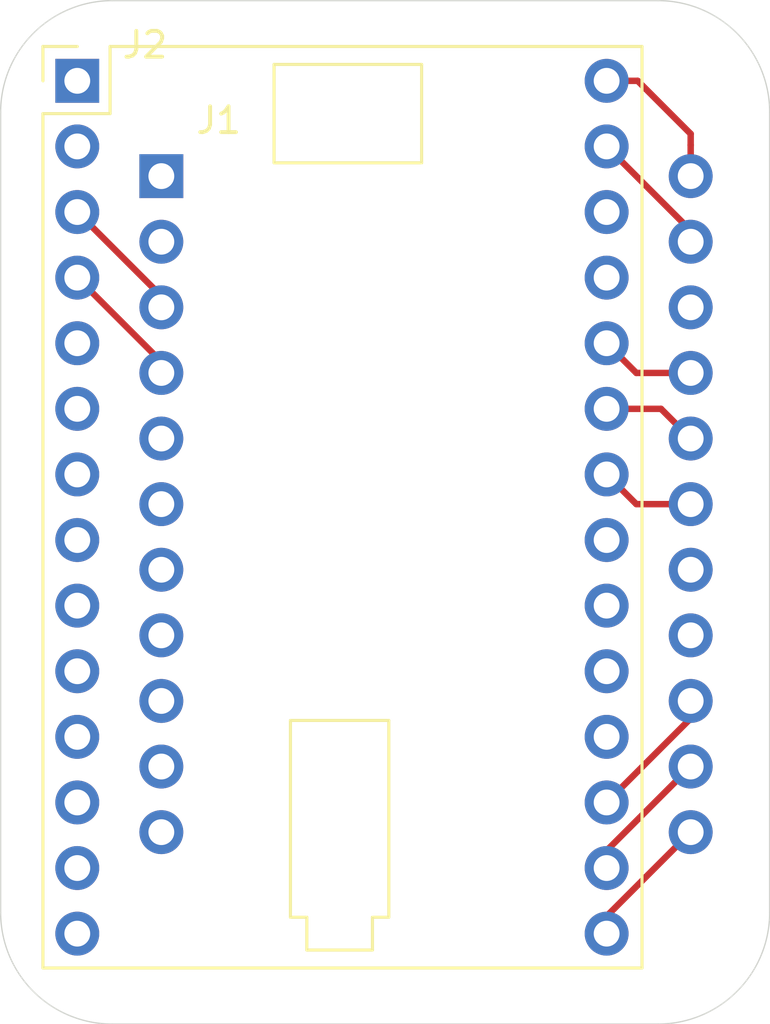
<source format=kicad_pcb>
(kicad_pcb (version 20171130) (host pcbnew "(5.1.2)-2")

  (general
    (thickness 1.6)
    (drawings 8)
    (tracks 22)
    (zones 0)
    (modules 2)
    (nets 41)
  )

  (page A4)
  (layers
    (0 F.Cu signal)
    (31 B.Cu signal)
    (32 B.Adhes user)
    (33 F.Adhes user)
    (34 B.Paste user)
    (35 F.Paste user)
    (36 B.SilkS user)
    (37 F.SilkS user)
    (38 B.Mask user)
    (39 F.Mask user)
    (40 Dwgs.User user)
    (41 Cmts.User user)
    (42 Eco1.User user)
    (43 Eco2.User user)
    (44 Edge.Cuts user)
    (45 Margin user)
    (46 B.CrtYd user)
    (47 F.CrtYd user)
    (48 B.Fab user)
    (49 F.Fab user)
  )

  (setup
    (last_trace_width 0.25)
    (trace_clearance 0.2)
    (zone_clearance 0.508)
    (zone_45_only no)
    (trace_min 0.2)
    (via_size 0.8)
    (via_drill 0.4)
    (via_min_size 0.4)
    (via_min_drill 0.3)
    (uvia_size 0.3)
    (uvia_drill 0.1)
    (uvias_allowed no)
    (uvia_min_size 0.2)
    (uvia_min_drill 0.1)
    (edge_width 0.05)
    (segment_width 0.2)
    (pcb_text_width 0.3)
    (pcb_text_size 1.5 1.5)
    (mod_edge_width 0.12)
    (mod_text_size 1 1)
    (mod_text_width 0.15)
    (pad_size 1.524 1.524)
    (pad_drill 0.762)
    (pad_to_mask_clearance 0.051)
    (solder_mask_min_width 0.25)
    (aux_axis_origin 0 0)
    (visible_elements FFFFFFFF)
    (pcbplotparams
      (layerselection 0x010fc_ffffffff)
      (usegerberextensions false)
      (usegerberattributes false)
      (usegerberadvancedattributes false)
      (creategerberjobfile false)
      (excludeedgelayer true)
      (linewidth 0.100000)
      (plotframeref false)
      (viasonmask false)
      (mode 1)
      (useauxorigin false)
      (hpglpennumber 1)
      (hpglpenspeed 20)
      (hpglpendiameter 15.000000)
      (psnegative false)
      (psa4output false)
      (plotreference true)
      (plotvalue true)
      (plotinvisibletext false)
      (padsonsilk false)
      (subtractmaskfromsilk false)
      (outputformat 1)
      (mirror false)
      (drillshape 1)
      (scaleselection 1)
      (outputdirectory ""))
  )

  (net 0 "")
  (net 1 "Net-(J1-Pad22)")
  (net 2 "Net-(J1-Pad21)")
  (net 3 "Net-(J1-Pad20)")
  (net 4 "Net-(J1-Pad19)")
  (net 5 "Net-(J1-Pad18)")
  (net 6 "Net-(J1-Pad17)")
  (net 7 "Net-(J1-Pad16)")
  (net 8 "Net-(J1-Pad15)")
  (net 9 "Net-(J1-Pad14)")
  (net 10 "Net-(J1-Pad13)")
  (net 11 "Net-(J1-Pad12)")
  (net 12 "Net-(J1-Pad11)")
  (net 13 "Net-(J1-Pad10)")
  (net 14 "Net-(J1-Pad9)")
  (net 15 "Net-(J1-Pad8)")
  (net 16 "Net-(J1-Pad7)")
  (net 17 "Net-(J1-Pad6)")
  (net 18 "Net-(J1-Pad5)")
  (net 19 "Net-(J1-Pad4)")
  (net 20 "Net-(J1-Pad3)")
  (net 21 "Net-(J1-Pad2)")
  (net 22 "Net-(J1-Pad1)")
  (net 23 "Net-(J2-Pad1)")
  (net 24 "Net-(J2-Pad3)")
  (net 25 "Net-(J2-Pad6)")
  (net 26 "Net-(J2-Pad8)")
  (net 27 "Net-(J2-Pad9)")
  (net 28 "Net-(J2-Pad11)")
  (net 29 "Net-(J2-Pad13)")
  (net 30 "Net-(J2-Pad15)")
  (net 31 "Net-(J2-Pad16)")
  (net 32 "Net-(J2-Pad17)")
  (net 33 "Net-(J2-Pad18)")
  (net 34 "Net-(J2-Pad19)")
  (net 35 "Net-(J2-Pad20)")
  (net 36 "Net-(J2-Pad21)")
  (net 37 "Net-(J2-Pad22)")
  (net 38 "Net-(J2-Pad23)")
  (net 39 "Net-(J2-Pad25)")
  (net 40 "Net-(J2-Pad27)")

  (net_class Default "This is the default net class."
    (clearance 0.2)
    (trace_width 0.25)
    (via_dia 0.8)
    (via_drill 0.4)
    (uvia_dia 0.3)
    (uvia_drill 0.1)
    (add_net "Net-(J1-Pad1)")
    (add_net "Net-(J1-Pad10)")
    (add_net "Net-(J1-Pad11)")
    (add_net "Net-(J1-Pad12)")
    (add_net "Net-(J1-Pad13)")
    (add_net "Net-(J1-Pad14)")
    (add_net "Net-(J1-Pad15)")
    (add_net "Net-(J1-Pad16)")
    (add_net "Net-(J1-Pad17)")
    (add_net "Net-(J1-Pad18)")
    (add_net "Net-(J1-Pad19)")
    (add_net "Net-(J1-Pad2)")
    (add_net "Net-(J1-Pad20)")
    (add_net "Net-(J1-Pad21)")
    (add_net "Net-(J1-Pad22)")
    (add_net "Net-(J1-Pad3)")
    (add_net "Net-(J1-Pad4)")
    (add_net "Net-(J1-Pad5)")
    (add_net "Net-(J1-Pad6)")
    (add_net "Net-(J1-Pad7)")
    (add_net "Net-(J1-Pad8)")
    (add_net "Net-(J1-Pad9)")
    (add_net "Net-(J2-Pad1)")
    (add_net "Net-(J2-Pad11)")
    (add_net "Net-(J2-Pad13)")
    (add_net "Net-(J2-Pad15)")
    (add_net "Net-(J2-Pad16)")
    (add_net "Net-(J2-Pad17)")
    (add_net "Net-(J2-Pad18)")
    (add_net "Net-(J2-Pad19)")
    (add_net "Net-(J2-Pad20)")
    (add_net "Net-(J2-Pad21)")
    (add_net "Net-(J2-Pad22)")
    (add_net "Net-(J2-Pad23)")
    (add_net "Net-(J2-Pad25)")
    (add_net "Net-(J2-Pad27)")
    (add_net "Net-(J2-Pad3)")
    (add_net "Net-(J2-Pad6)")
    (add_net "Net-(J2-Pad8)")
    (add_net "Net-(J2-Pad9)")
  )

  (module "Useful Modifications:FXSound_HeadPhone_2x14_P2.54mm_Short" (layer F.Cu) (tedit 5E8D2556) (tstamp 5E8DC5A2)
    (at 116.696501 84.130501)
    (descr "Through hole straight pin header, 2x14, 2.54mm pitch, double rows")
    (tags "Through hole pin header THT 2x14 2.54mm double row")
    (path /5E8D397E)
    (fp_text reference J2 (at 2.619999 -1.390001) (layer F.SilkS)
      (effects (font (size 1 1) (thickness 0.15)))
    )
    (fp_text value FXSound_28Pin (at 12.589499 9.404999) (layer F.Fab)
      (effects (font (size 1 1) (thickness 0.15)))
    )
    (fp_line (start 0 -1.27) (end 21.81 -1.27) (layer F.Fab) (width 0.1))
    (fp_line (start 21.81 -1.27) (end 21.81 34.29) (layer F.Fab) (width 0.1))
    (fp_line (start 21.81 34.29) (end -1.27 34.29) (layer F.Fab) (width 0.1))
    (fp_line (start -1.27 34.29) (end -1.27 0) (layer F.Fab) (width 0.1))
    (fp_line (start -1.27 0) (end 0 -1.27) (layer F.Fab) (width 0.1))
    (fp_line (start -1.33 34.35) (end 21.87 34.35) (layer F.SilkS) (width 0.12))
    (fp_line (start -1.33 1.27) (end -1.33 34.35) (layer F.SilkS) (width 0.12))
    (fp_line (start 21.87 -1.33) (end 21.87 34.35) (layer F.SilkS) (width 0.12))
    (fp_line (start -1.33 1.27) (end 1.27 1.27) (layer F.SilkS) (width 0.12))
    (fp_line (start 1.27 1.27) (end 1.27 -1.33) (layer F.SilkS) (width 0.12))
    (fp_line (start 1.27 -1.33) (end 21.87 -1.33) (layer F.SilkS) (width 0.12))
    (fp_line (start -1.33 0) (end -1.33 -1.33) (layer F.SilkS) (width 0.12))
    (fp_line (start -1.33 -1.33) (end 0 -1.33) (layer F.SilkS) (width 0.12))
    (fp_text user %R (at 1.778 17.018 90) (layer F.Fab)
      (effects (font (size 1 1) (thickness 0.15)))
    )
    (fp_line (start 8.255 24.765) (end 12.065 24.765) (layer F.SilkS) (width 0.12))
    (fp_line (start 8.255 24.765) (end 8.255 32.385) (layer F.SilkS) (width 0.12))
    (fp_line (start 8.255 32.385) (end 8.89 32.385) (layer F.SilkS) (width 0.12))
    (fp_line (start 8.89 32.385) (end 8.89 33.655) (layer F.SilkS) (width 0.12))
    (fp_line (start 12.065 24.765) (end 12.065 32.385) (layer F.SilkS) (width 0.12))
    (fp_line (start 11.43 32.385) (end 12.065 32.385) (layer F.SilkS) (width 0.12))
    (fp_line (start 11.43 32.385) (end 11.43 33.655) (layer F.SilkS) (width 0.12))
    (fp_line (start 8.89 33.655) (end 11.43 33.655) (layer F.SilkS) (width 0.12))
    (fp_line (start 7.62 -0.635) (end 13.335 -0.635) (layer F.SilkS) (width 0.12))
    (fp_line (start 13.335 -0.635) (end 13.335 3.175) (layer F.SilkS) (width 0.12))
    (fp_line (start 13.335 3.175) (end 7.62 3.175) (layer F.SilkS) (width 0.12))
    (fp_line (start 7.62 3.175) (end 7.62 -0.635) (layer F.SilkS) (width 0.12))
    (pad 1 thru_hole rect (at 0 0) (size 1.7 1.7) (drill 1) (layers *.Cu *.Mask)
      (net 23 "Net-(J2-Pad1)"))
    (pad 2 thru_hole oval (at 20.5 0) (size 1.7 1.7) (drill 1) (layers *.Cu *.Mask)
      (net 21 "Net-(J1-Pad2)"))
    (pad 3 thru_hole oval (at 0 2.54) (size 1.7 1.7) (drill 1) (layers *.Cu *.Mask)
      (net 24 "Net-(J2-Pad3)"))
    (pad 4 thru_hole oval (at 20.5 2.54) (size 1.7 1.7) (drill 1) (layers *.Cu *.Mask)
      (net 19 "Net-(J1-Pad4)"))
    (pad 5 thru_hole oval (at 0 5.08) (size 1.7 1.7) (drill 1) (layers *.Cu *.Mask)
      (net 18 "Net-(J1-Pad5)"))
    (pad 6 thru_hole oval (at 20.5 5.08) (size 1.7 1.7) (drill 1) (layers *.Cu *.Mask)
      (net 25 "Net-(J2-Pad6)"))
    (pad 7 thru_hole oval (at 0 7.62) (size 1.7 1.7) (drill 1) (layers *.Cu *.Mask)
      (net 16 "Net-(J1-Pad7)"))
    (pad 8 thru_hole oval (at 20.5 7.62) (size 1.7 1.7) (drill 1) (layers *.Cu *.Mask)
      (net 26 "Net-(J2-Pad8)"))
    (pad 9 thru_hole oval (at 0 10.16) (size 1.7 1.7) (drill 1) (layers *.Cu *.Mask)
      (net 27 "Net-(J2-Pad9)"))
    (pad 10 thru_hole oval (at 20.5 10.16) (size 1.7 1.7) (drill 1) (layers *.Cu *.Mask)
      (net 15 "Net-(J1-Pad8)"))
    (pad 11 thru_hole oval (at 0 12.7) (size 1.7 1.7) (drill 1) (layers *.Cu *.Mask)
      (net 28 "Net-(J2-Pad11)"))
    (pad 12 thru_hole oval (at 20.5 12.7) (size 1.7 1.7) (drill 1) (layers *.Cu *.Mask)
      (net 13 "Net-(J1-Pad10)"))
    (pad 13 thru_hole oval (at 0 15.24) (size 1.7 1.7) (drill 1) (layers *.Cu *.Mask)
      (net 29 "Net-(J2-Pad13)"))
    (pad 14 thru_hole oval (at 20.5 15.24) (size 1.7 1.7) (drill 1) (layers *.Cu *.Mask)
      (net 11 "Net-(J1-Pad12)"))
    (pad 15 thru_hole oval (at 0 17.78) (size 1.7 1.7) (drill 1) (layers *.Cu *.Mask)
      (net 30 "Net-(J2-Pad15)"))
    (pad 16 thru_hole oval (at 20.5 17.78) (size 1.7 1.7) (drill 1) (layers *.Cu *.Mask)
      (net 31 "Net-(J2-Pad16)"))
    (pad 17 thru_hole oval (at 0 20.32) (size 1.7 1.7) (drill 1) (layers *.Cu *.Mask)
      (net 32 "Net-(J2-Pad17)"))
    (pad 18 thru_hole oval (at 20.5 20.32) (size 1.7 1.7) (drill 1) (layers *.Cu *.Mask)
      (net 33 "Net-(J2-Pad18)"))
    (pad 19 thru_hole oval (at 0 22.86) (size 1.7 1.7) (drill 1) (layers *.Cu *.Mask)
      (net 34 "Net-(J2-Pad19)"))
    (pad 20 thru_hole oval (at 20.5 22.86) (size 1.7 1.7) (drill 1) (layers *.Cu *.Mask)
      (net 35 "Net-(J2-Pad20)"))
    (pad 21 thru_hole oval (at 0 25.4) (size 1.7 1.7) (drill 1) (layers *.Cu *.Mask)
      (net 36 "Net-(J2-Pad21)"))
    (pad 22 thru_hole oval (at 20.5 25.4) (size 1.7 1.7) (drill 1) (layers *.Cu *.Mask)
      (net 37 "Net-(J2-Pad22)"))
    (pad 23 thru_hole oval (at 0 27.94) (size 1.7 1.7) (drill 1) (layers *.Cu *.Mask)
      (net 38 "Net-(J2-Pad23)"))
    (pad 24 thru_hole oval (at 20.5 27.94) (size 1.7 1.7) (drill 1) (layers *.Cu *.Mask)
      (net 5 "Net-(J1-Pad18)"))
    (pad 25 thru_hole oval (at 0 30.48) (size 1.7 1.7) (drill 1) (layers *.Cu *.Mask)
      (net 39 "Net-(J2-Pad25)"))
    (pad 26 thru_hole oval (at 20.5 30.48) (size 1.7 1.7) (drill 1) (layers *.Cu *.Mask)
      (net 3 "Net-(J1-Pad20)"))
    (pad 27 thru_hole oval (at 0 33.02) (size 1.7 1.7) (drill 1) (layers *.Cu *.Mask)
      (net 40 "Net-(J2-Pad27)"))
    (pad 28 thru_hole oval (at 20.5 33.02) (size 1.7 1.7) (drill 1) (layers *.Cu *.Mask)
      (net 1 "Net-(J1-Pad22)"))
    (model ${KISYS3DMOD}/Connector_PinHeader_2.54mm.3dshapes/PinHeader_2x14_P2.54mm_Vertical.wrl
      (at (xyz 0 0 0))
      (scale (xyz 1 1 1))
      (rotate (xyz 0 0 0))
    )
  )

  (module "Useful Modifications:FXSound_2x11_P2.54mm_Short" (layer F.Cu) (tedit 5E8D2532) (tstamp 5E8DC564)
    (at 119.9515 87.8205)
    (descr "Through hole straight pin header, 2x14, 2.54mm pitch, double rows")
    (tags "Through hole pin header THT 2x14 2.54mm double row")
    (path /5E8D243D)
    (fp_text reference J1 (at 2.2225 -2.159) (layer F.SilkS)
      (effects (font (size 1 1) (thickness 0.15)))
    )
    (fp_text value FXSound_MaleHeaders (at 10.795 12.5095) (layer F.Fab)
      (effects (font (size 1 1) (thickness 0.15)))
    )
    (fp_text user %R (at 1.778 14.9225 90) (layer F.Fab)
      (effects (font (size 1 1) (thickness 0.15)))
    )
    (fp_line (start 22.35 26.5) (end 22.35 -1.5) (layer F.CrtYd) (width 0.05))
    (fp_line (start -1.8 -1.5) (end -1.8 26.5) (layer F.CrtYd) (width 0.05))
    (fp_line (start 1.3 -1.5) (end 1.3 26.5) (layer F.CrtYd) (width 0.05))
    (fp_line (start 19.2 -1.5) (end 19.2 26.5) (layer F.CrtYd) (width 0.05))
    (fp_line (start 19.2 26.5) (end 22.35 26.5) (layer F.CrtYd) (width 0.05))
    (fp_line (start 19.2 -1.5) (end 22.35 -1.5) (layer F.CrtYd) (width 0.05))
    (fp_line (start -1.8 26.5) (end 1.3 26.5) (layer F.CrtYd) (width 0.05))
    (fp_line (start -1.8 -1.5) (end 1.3 -1.5) (layer F.CrtYd) (width 0.05))
    (pad 22 thru_hole oval (at 20.5 25.4) (size 1.7 1.7) (drill 1) (layers *.Cu *.Mask)
      (net 1 "Net-(J1-Pad22)"))
    (pad 21 thru_hole oval (at 0 25.4) (size 1.7 1.7) (drill 1) (layers *.Cu *.Mask)
      (net 2 "Net-(J1-Pad21)"))
    (pad 20 thru_hole oval (at 20.5 22.86) (size 1.7 1.7) (drill 1) (layers *.Cu *.Mask)
      (net 3 "Net-(J1-Pad20)"))
    (pad 19 thru_hole oval (at 0 22.86) (size 1.7 1.7) (drill 1) (layers *.Cu *.Mask)
      (net 4 "Net-(J1-Pad19)"))
    (pad 18 thru_hole oval (at 20.5 20.32) (size 1.7 1.7) (drill 1) (layers *.Cu *.Mask)
      (net 5 "Net-(J1-Pad18)"))
    (pad 17 thru_hole oval (at 0 20.32) (size 1.7 1.7) (drill 1) (layers *.Cu *.Mask)
      (net 6 "Net-(J1-Pad17)"))
    (pad 16 thru_hole oval (at 20.5 17.78) (size 1.7 1.7) (drill 1) (layers *.Cu *.Mask)
      (net 7 "Net-(J1-Pad16)"))
    (pad 15 thru_hole oval (at 0 17.78) (size 1.7 1.7) (drill 1) (layers *.Cu *.Mask)
      (net 8 "Net-(J1-Pad15)"))
    (pad 14 thru_hole oval (at 20.5 15.24) (size 1.7 1.7) (drill 1) (layers *.Cu *.Mask)
      (net 9 "Net-(J1-Pad14)"))
    (pad 13 thru_hole oval (at 0 15.24) (size 1.7 1.7) (drill 1) (layers *.Cu *.Mask)
      (net 10 "Net-(J1-Pad13)"))
    (pad 12 thru_hole oval (at 20.5 12.7) (size 1.7 1.7) (drill 1) (layers *.Cu *.Mask)
      (net 11 "Net-(J1-Pad12)"))
    (pad 11 thru_hole oval (at 0 12.7) (size 1.7 1.7) (drill 1) (layers *.Cu *.Mask)
      (net 12 "Net-(J1-Pad11)"))
    (pad 10 thru_hole oval (at 20.5 10.16) (size 1.7 1.7) (drill 1) (layers *.Cu *.Mask)
      (net 13 "Net-(J1-Pad10)"))
    (pad 9 thru_hole oval (at 0 10.16) (size 1.7 1.7) (drill 1) (layers *.Cu *.Mask)
      (net 14 "Net-(J1-Pad9)"))
    (pad 8 thru_hole oval (at 20.5 7.62) (size 1.7 1.7) (drill 1) (layers *.Cu *.Mask)
      (net 15 "Net-(J1-Pad8)"))
    (pad 7 thru_hole oval (at 0 7.62) (size 1.7 1.7) (drill 1) (layers *.Cu *.Mask)
      (net 16 "Net-(J1-Pad7)"))
    (pad 6 thru_hole oval (at 20.5 5.08) (size 1.7 1.7) (drill 1) (layers *.Cu *.Mask)
      (net 17 "Net-(J1-Pad6)"))
    (pad 5 thru_hole oval (at 0 5.08) (size 1.7 1.7) (drill 1) (layers *.Cu *.Mask)
      (net 18 "Net-(J1-Pad5)"))
    (pad 4 thru_hole oval (at 20.5 2.54) (size 1.7 1.7) (drill 1) (layers *.Cu *.Mask)
      (net 19 "Net-(J1-Pad4)"))
    (pad 3 thru_hole oval (at 0 2.54) (size 1.7 1.7) (drill 1) (layers *.Cu *.Mask)
      (net 20 "Net-(J1-Pad3)"))
    (pad 2 thru_hole oval (at 20.5 0) (size 1.7 1.7) (drill 1) (layers *.Cu *.Mask)
      (net 21 "Net-(J1-Pad2)"))
    (pad 1 thru_hole rect (at 0 0) (size 1.7 1.7) (drill 1) (layers *.Cu *.Mask)
      (net 22 "Net-(J1-Pad1)"))
    (model ${KISYS3DMOD}/Connector_PinHeader_2.54mm.3dshapes/PinHeader_2x14_P2.54mm_Vertical.wrl
      (at (xyz 0 0 0))
      (scale (xyz 1 1 1))
      (rotate (xyz 0 0 0))
    )
  )

  (gr_arc (start 139.192 116.332) (end 139.192 120.65) (angle -90) (layer Edge.Cuts) (width 0.05) (tstamp 5E8DCD98))
  (gr_line (start 143.51 85.344) (end 143.51 116.332) (layer Edge.Cuts) (width 0.05) (tstamp 5E8DCD95))
  (gr_line (start 113.7285 85.344) (end 113.7285 116.332) (layer Edge.Cuts) (width 0.05) (tstamp 5E8DCD93))
  (gr_arc (start 118.0465 116.332) (end 113.7285 116.332) (angle -90) (layer Edge.Cuts) (width 0.05) (tstamp 5E8DCD90))
  (gr_line (start 118.0465 120.65) (end 139.192 120.65) (layer Edge.Cuts) (width 0.05) (tstamp 5E8DCD85))
  (gr_line (start 118.0465 81.026) (end 139.192 81.026) (layer Edge.Cuts) (width 0.05) (tstamp 5E8DCD81))
  (gr_arc (start 139.192 85.344) (end 143.51 85.344) (angle -90) (layer Edge.Cuts) (width 0.05) (tstamp 5E8DCD6F))
  (gr_arc (start 118.0465 85.344) (end 118.0465 81.026) (angle -90) (layer Edge.Cuts) (width 0.05))

  (segment (start 137.196501 116.475499) (end 137.196501 117.150501) (width 0.25) (layer F.Cu) (net 1))
  (segment (start 140.4515 113.2205) (end 137.196501 116.475499) (width 0.25) (layer F.Cu) (net 1))
  (segment (start 137.196501 113.935499) (end 137.196501 114.610501) (width 0.25) (layer F.Cu) (net 3))
  (segment (start 140.4515 110.6805) (end 137.196501 113.935499) (width 0.25) (layer F.Cu) (net 3))
  (segment (start 140.4515 108.815502) (end 140.4515 108.1405) (width 0.25) (layer F.Cu) (net 5))
  (segment (start 137.196501 112.070501) (end 140.4515 108.815502) (width 0.25) (layer F.Cu) (net 5))
  (segment (start 138.3465 100.5205) (end 140.4515 100.5205) (width 0.25) (layer F.Cu) (net 11))
  (segment (start 137.196501 99.370501) (end 138.3465 100.5205) (width 0.25) (layer F.Cu) (net 11))
  (segment (start 139.301501 96.830501) (end 140.4515 97.9805) (width 0.25) (layer F.Cu) (net 13))
  (segment (start 137.196501 96.830501) (end 139.301501 96.830501) (width 0.25) (layer F.Cu) (net 13))
  (segment (start 138.3465 95.4405) (end 140.4515 95.4405) (width 0.25) (layer F.Cu) (net 15))
  (segment (start 137.196501 94.290501) (end 138.3465 95.4405) (width 0.25) (layer F.Cu) (net 15))
  (segment (start 119.9515 95.0055) (end 119.9515 95.4405) (width 0.25) (layer F.Cu) (net 16))
  (segment (start 116.696501 91.750501) (end 119.9515 95.0055) (width 0.25) (layer F.Cu) (net 16))
  (segment (start 119.9515 92.4655) (end 119.9515 92.9005) (width 0.25) (layer F.Cu) (net 18))
  (segment (start 116.696501 89.210501) (end 119.9515 92.4655) (width 0.25) (layer F.Cu) (net 18))
  (segment (start 140.4515 89.9255) (end 140.4515 90.3605) (width 0.25) (layer F.Cu) (net 19))
  (segment (start 137.196501 86.670501) (end 140.4515 89.9255) (width 0.25) (layer F.Cu) (net 19))
  (segment (start 140.4515 86.618419) (end 140.4515 87.8205) (width 0.25) (layer F.Cu) (net 21))
  (segment (start 140.4515 86.183419) (end 140.4515 86.618419) (width 0.25) (layer F.Cu) (net 21))
  (segment (start 138.398582 84.130501) (end 140.4515 86.183419) (width 0.25) (layer F.Cu) (net 21))
  (segment (start 137.196501 84.130501) (end 138.398582 84.130501) (width 0.25) (layer F.Cu) (net 21))

)

</source>
